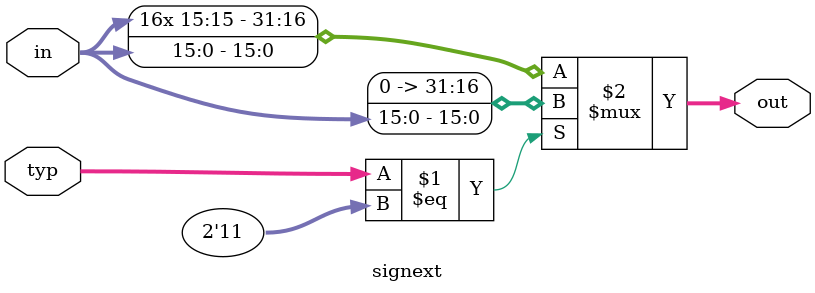
<source format=v>
`timescale 1ns / 1ps


module signext(
	input [15:0] in,
	input [1:0] typ,
	output [31:0] out
    );

	assign out = (typ==2'b11)? {{16{1'b0}},in}: {{16{in[15]}}, in};
endmodule

</source>
